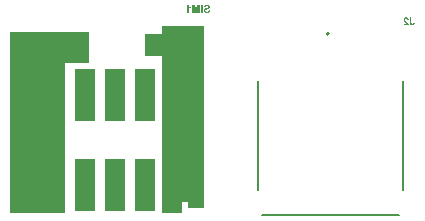
<source format=gbr>
G04*
G04 #@! TF.GenerationSoftware,Altium Limited,Altium Designer,24.9.1 (31)*
G04*
G04 Layer_Color=32896*
%FSLAX44Y44*%
%MOMM*%
G71*
G04*
G04 #@! TF.SameCoordinates,58564934-83CB-4443-A129-65336E2EC8F8*
G04*
G04*
G04 #@! TF.FilePolarity,Positive*
G04*
G01*
G75*
%ADD10C,0.2000*%
%ADD13C,0.1270*%
G36*
X1196308Y103550D02*
X1179708D01*
Y147750D01*
X1196308D01*
Y103550D01*
D02*
G37*
G36*
X1170808D02*
X1154308D01*
Y147750D01*
X1170808D01*
Y103550D01*
D02*
G37*
G36*
X1145508D02*
X1128908D01*
Y147750D01*
X1145508D01*
Y103550D01*
D02*
G37*
G36*
X1237708Y30250D02*
X1224408D01*
Y34750D01*
X1219008D01*
Y25250D01*
X1202608D01*
Y158250D01*
X1188208D01*
Y177250D01*
X1202608D01*
Y184250D01*
X1237708D01*
Y30250D01*
D02*
G37*
G36*
X1196308Y27350D02*
X1179808D01*
Y71550D01*
X1196308D01*
Y27350D01*
D02*
G37*
G36*
X1170808D02*
X1154308D01*
Y71550D01*
X1170808D01*
Y27350D01*
D02*
G37*
G36*
X1145408D02*
X1128908D01*
Y71450D01*
X1145408D01*
Y27350D01*
D02*
G37*
G36*
X1140608Y152750D02*
X1120208D01*
Y25750D01*
X1073708D01*
Y179250D01*
X1140608D01*
Y152750D01*
D02*
G37*
G36*
X1409039Y191190D02*
X1409190Y191180D01*
X1409481Y191133D01*
X1409725Y191058D01*
X1409838Y191020D01*
X1409942Y190973D01*
X1410036Y190936D01*
X1410111Y190889D01*
X1410186Y190851D01*
X1410242Y190823D01*
X1410289Y190786D01*
X1410318Y190767D01*
X1410336Y190757D01*
X1410346Y190748D01*
X1410449Y190654D01*
X1410543Y190560D01*
X1410628Y190447D01*
X1410703Y190325D01*
X1410816Y190081D01*
X1410909Y189846D01*
X1410938Y189723D01*
X1410966Y189620D01*
X1410994Y189526D01*
X1411004Y189442D01*
X1411022Y189366D01*
Y189319D01*
X1411032Y189282D01*
Y189272D01*
X1409791Y189150D01*
X1409772Y189338D01*
X1409735Y189498D01*
X1409697Y189639D01*
X1409650Y189742D01*
X1409613Y189827D01*
X1409575Y189883D01*
X1409547Y189921D01*
X1409537Y189930D01*
X1409444Y190005D01*
X1409340Y190062D01*
X1409237Y190109D01*
X1409133Y190137D01*
X1409049Y190156D01*
X1408974Y190165D01*
X1408908D01*
X1408767Y190156D01*
X1408645Y190128D01*
X1408541Y190090D01*
X1408447Y190053D01*
X1408382Y190015D01*
X1408325Y189977D01*
X1408297Y189949D01*
X1408288Y189940D01*
X1408212Y189846D01*
X1408156Y189742D01*
X1408118Y189639D01*
X1408090Y189536D01*
X1408071Y189442D01*
X1408062Y189357D01*
Y189310D01*
Y189301D01*
Y189291D01*
X1408071Y189150D01*
X1408100Y189019D01*
X1408147Y188887D01*
X1408194Y188774D01*
X1408241Y188671D01*
X1408288Y188596D01*
X1408316Y188549D01*
X1408325Y188530D01*
X1408363Y188474D01*
X1408419Y188408D01*
X1408494Y188323D01*
X1408569Y188248D01*
X1408739Y188069D01*
X1408908Y187891D01*
X1409077Y187722D01*
X1409152Y187647D01*
X1409227Y187590D01*
X1409284Y187534D01*
X1409321Y187496D01*
X1409350Y187468D01*
X1409359Y187459D01*
X1409547Y187280D01*
X1409716Y187111D01*
X1409876Y186951D01*
X1410017Y186810D01*
X1410148Y186669D01*
X1410261Y186538D01*
X1410365Y186425D01*
X1410449Y186312D01*
X1410524Y186218D01*
X1410590Y186133D01*
X1410646Y186068D01*
X1410684Y186002D01*
X1410722Y185964D01*
X1410740Y185927D01*
X1410759Y185908D01*
Y185898D01*
X1410881Y185682D01*
X1410975Y185457D01*
X1411051Y185250D01*
X1411107Y185062D01*
X1411145Y184893D01*
X1411154Y184827D01*
X1411163Y184771D01*
X1411173Y184724D01*
X1411182Y184686D01*
Y184667D01*
Y184658D01*
X1406812D01*
Y185814D01*
X1409293D01*
X1409218Y185936D01*
X1409133Y186040D01*
X1409096Y186087D01*
X1409068Y186124D01*
X1409049Y186143D01*
X1409039Y186152D01*
X1409002Y186190D01*
X1408964Y186237D01*
X1408851Y186340D01*
X1408729Y186462D01*
X1408607Y186585D01*
X1408485Y186697D01*
X1408382Y186791D01*
X1408344Y186829D01*
X1408316Y186857D01*
X1408297Y186866D01*
X1408288Y186876D01*
X1408081Y187073D01*
X1407912Y187233D01*
X1407771Y187383D01*
X1407658Y187496D01*
X1407573Y187590D01*
X1407517Y187656D01*
X1407479Y187703D01*
X1407470Y187712D01*
X1407348Y187872D01*
X1407244Y188022D01*
X1407160Y188164D01*
X1407094Y188286D01*
X1407038Y188389D01*
X1407000Y188474D01*
X1406981Y188521D01*
X1406972Y188539D01*
X1406915Y188690D01*
X1406878Y188840D01*
X1406850Y188981D01*
X1406831Y189113D01*
X1406821Y189216D01*
X1406812Y189301D01*
Y189357D01*
Y189376D01*
X1406821Y189517D01*
X1406840Y189658D01*
X1406859Y189789D01*
X1406897Y189911D01*
X1406991Y190128D01*
X1407085Y190316D01*
X1407141Y190400D01*
X1407188Y190466D01*
X1407235Y190532D01*
X1407282Y190579D01*
X1407319Y190616D01*
X1407338Y190654D01*
X1407357Y190663D01*
X1407366Y190673D01*
X1407470Y190767D01*
X1407592Y190851D01*
X1407705Y190917D01*
X1407836Y190973D01*
X1408081Y191067D01*
X1408325Y191133D01*
X1408438Y191152D01*
X1408541Y191171D01*
X1408635Y191180D01*
X1408720Y191190D01*
X1408786Y191199D01*
X1408880D01*
X1409039Y191190D01*
D02*
G37*
G36*
X1413456Y186942D02*
Y186801D01*
X1413466Y186669D01*
X1413475Y186556D01*
X1413485Y186444D01*
X1413503Y186350D01*
X1413513Y186265D01*
X1413532Y186190D01*
X1413550Y186124D01*
X1413588Y186021D01*
X1413616Y185955D01*
X1413635Y185908D01*
X1413644Y185898D01*
X1413720Y185814D01*
X1413813Y185758D01*
X1413917Y185711D01*
X1414020Y185682D01*
X1414105Y185664D01*
X1414180Y185654D01*
X1414255D01*
X1414406Y185673D01*
X1414537Y185711D01*
X1414650Y185767D01*
X1414734Y185833D01*
X1414810Y185889D01*
X1414857Y185945D01*
X1414885Y185983D01*
X1414894Y186002D01*
X1414941Y186105D01*
X1414979Y186218D01*
X1415007Y186350D01*
X1415026Y186481D01*
X1415045Y186603D01*
Y186697D01*
X1415054Y186735D01*
Y186763D01*
Y186782D01*
Y186791D01*
X1416304Y186650D01*
X1416295Y186462D01*
X1416285Y186284D01*
X1416257Y186115D01*
X1416219Y185964D01*
X1416182Y185823D01*
X1416144Y185692D01*
X1416097Y185579D01*
X1416041Y185466D01*
X1415994Y185382D01*
X1415947Y185297D01*
X1415909Y185231D01*
X1415872Y185175D01*
X1415834Y185128D01*
X1415806Y185100D01*
X1415797Y185081D01*
X1415787Y185072D01*
X1415684Y184977D01*
X1415571Y184893D01*
X1415458Y184827D01*
X1415336Y184761D01*
X1415214Y184714D01*
X1415092Y184667D01*
X1414847Y184602D01*
X1414734Y184583D01*
X1414631Y184564D01*
X1414547Y184555D01*
X1414462Y184545D01*
X1414396Y184536D01*
X1414302D01*
X1414011Y184555D01*
X1413748Y184592D01*
X1413522Y184639D01*
X1413428Y184677D01*
X1413334Y184705D01*
X1413259Y184733D01*
X1413184Y184771D01*
X1413127Y184799D01*
X1413080Y184818D01*
X1413033Y184846D01*
X1413005Y184855D01*
X1412996Y184874D01*
X1412986D01*
X1412808Y185015D01*
X1412667Y185166D01*
X1412545Y185316D01*
X1412451Y185457D01*
X1412376Y185588D01*
X1412329Y185692D01*
X1412310Y185729D01*
X1412301Y185758D01*
X1412291Y185776D01*
Y185786D01*
X1412244Y185964D01*
X1412207Y186171D01*
X1412178Y186378D01*
X1412159Y186575D01*
X1412150Y186754D01*
X1412141Y186838D01*
Y186904D01*
Y186961D01*
Y186998D01*
Y187026D01*
Y187036D01*
Y191161D01*
X1413456D01*
Y186942D01*
D02*
G37*
G36*
X1224769Y201397D02*
X1224891Y201199D01*
X1225022Y201012D01*
X1225154Y200861D01*
X1225267Y200739D01*
X1225370Y200645D01*
X1225408Y200607D01*
X1225436Y200579D01*
X1225455Y200570D01*
X1225464Y200560D01*
X1225671Y200410D01*
X1225868Y200278D01*
X1226047Y200175D01*
X1226207Y200100D01*
X1226338Y200044D01*
X1226432Y199997D01*
X1226470Y199987D01*
X1226498Y199978D01*
X1226507Y199968D01*
X1226517D01*
Y198841D01*
X1226178Y198972D01*
X1225878Y199113D01*
X1225737Y199188D01*
X1225605Y199273D01*
X1225483Y199348D01*
X1225370Y199423D01*
X1225267Y199499D01*
X1225173Y199564D01*
X1225098Y199621D01*
X1225032Y199677D01*
X1224976Y199724D01*
X1224938Y199752D01*
X1224919Y199771D01*
X1224910Y199780D01*
Y195072D01*
X1223660D01*
Y201613D01*
X1224675D01*
X1224769Y201397D01*
D02*
G37*
G36*
X1234157Y195072D02*
X1232945D01*
Y200184D01*
X1231667Y195072D01*
X1230398D01*
X1229120Y200184D01*
X1229111Y195072D01*
X1227898D01*
Y201575D01*
X1229872D01*
X1231028Y197130D01*
X1232193Y201575D01*
X1234157D01*
Y195072D01*
D02*
G37*
G36*
X1236714D02*
X1235398D01*
Y201575D01*
X1236714D01*
Y195072D01*
D02*
G37*
G36*
X1240736Y201688D02*
X1240980Y201660D01*
X1241196Y201622D01*
X1241384Y201585D01*
X1241469Y201557D01*
X1241544Y201538D01*
X1241600Y201519D01*
X1241657Y201500D01*
X1241694Y201481D01*
X1241723Y201472D01*
X1241741Y201463D01*
X1241751D01*
X1241939Y201369D01*
X1242099Y201265D01*
X1242240Y201152D01*
X1242352Y201049D01*
X1242446Y200955D01*
X1242503Y200880D01*
X1242550Y200824D01*
X1242559Y200814D01*
Y200805D01*
X1242653Y200645D01*
X1242719Y200476D01*
X1242766Y200316D01*
X1242794Y200175D01*
X1242813Y200053D01*
X1242832Y199959D01*
Y199921D01*
Y199893D01*
Y199884D01*
Y199874D01*
X1242822Y199733D01*
X1242803Y199592D01*
X1242775Y199470D01*
X1242738Y199348D01*
X1242644Y199123D01*
X1242531Y198925D01*
X1242484Y198841D01*
X1242428Y198775D01*
X1242381Y198709D01*
X1242334Y198653D01*
X1242296Y198615D01*
X1242268Y198587D01*
X1242249Y198568D01*
X1242240Y198559D01*
X1242155Y198493D01*
X1242052Y198427D01*
X1241948Y198361D01*
X1241826Y198305D01*
X1241591Y198192D01*
X1241347Y198098D01*
X1241225Y198061D01*
X1241121Y198023D01*
X1241018Y197995D01*
X1240933Y197967D01*
X1240867Y197948D01*
X1240811Y197929D01*
X1240773Y197920D01*
X1240764D01*
X1240614Y197882D01*
X1240482Y197844D01*
X1240360Y197816D01*
X1240247Y197788D01*
X1240153Y197760D01*
X1240069Y197741D01*
X1239994Y197713D01*
X1239928Y197694D01*
X1239871Y197685D01*
X1239824Y197666D01*
X1239759Y197647D01*
X1239721Y197628D01*
X1239712D01*
X1239589Y197581D01*
X1239495Y197534D01*
X1239411Y197487D01*
X1239345Y197440D01*
X1239298Y197403D01*
X1239270Y197374D01*
X1239251Y197356D01*
X1239242Y197346D01*
X1239195Y197281D01*
X1239157Y197215D01*
X1239138Y197149D01*
X1239119Y197093D01*
X1239110Y197036D01*
X1239101Y196989D01*
Y196961D01*
Y196952D01*
X1239110Y196820D01*
X1239148Y196707D01*
X1239204Y196595D01*
X1239260Y196500D01*
X1239326Y196425D01*
X1239373Y196369D01*
X1239411Y196331D01*
X1239430Y196322D01*
X1239561Y196237D01*
X1239712Y196172D01*
X1239871Y196125D01*
X1240022Y196096D01*
X1240163Y196078D01*
X1240275Y196059D01*
X1240379D01*
X1240595Y196068D01*
X1240783Y196106D01*
X1240943Y196153D01*
X1241084Y196209D01*
X1241196Y196266D01*
X1241272Y196313D01*
X1241319Y196350D01*
X1241337Y196360D01*
X1241460Y196491D01*
X1241553Y196632D01*
X1241638Y196792D01*
X1241694Y196952D01*
X1241741Y197093D01*
X1241779Y197205D01*
X1241788Y197243D01*
Y197281D01*
X1241798Y197299D01*
Y197309D01*
X1243076Y197187D01*
X1243048Y196989D01*
X1243010Y196801D01*
X1242954Y196623D01*
X1242907Y196463D01*
X1242841Y196313D01*
X1242775Y196172D01*
X1242710Y196049D01*
X1242644Y195937D01*
X1242578Y195843D01*
X1242512Y195758D01*
X1242456Y195683D01*
X1242399Y195617D01*
X1242362Y195570D01*
X1242324Y195542D01*
X1242305Y195523D01*
X1242296Y195514D01*
X1242164Y195410D01*
X1242023Y195326D01*
X1241873Y195251D01*
X1241713Y195185D01*
X1241563Y195138D01*
X1241403Y195091D01*
X1241093Y195025D01*
X1240952Y194997D01*
X1240820Y194978D01*
X1240708Y194969D01*
X1240604Y194959D01*
X1240520Y194950D01*
X1240398D01*
X1240097Y194959D01*
X1239824Y194987D01*
X1239580Y195025D01*
X1239477Y195044D01*
X1239373Y195072D01*
X1239289Y195091D01*
X1239213Y195110D01*
X1239148Y195128D01*
X1239091Y195147D01*
X1239044Y195166D01*
X1239016Y195175D01*
X1238997Y195185D01*
X1238988D01*
X1238781Y195288D01*
X1238612Y195401D01*
X1238452Y195514D01*
X1238330Y195636D01*
X1238236Y195739D01*
X1238161Y195833D01*
X1238123Y195890D01*
X1238104Y195899D01*
Y195908D01*
X1238001Y196096D01*
X1237916Y196275D01*
X1237860Y196453D01*
X1237822Y196623D01*
X1237804Y196754D01*
X1237794Y196820D01*
X1237785Y196867D01*
Y196905D01*
Y196933D01*
Y196952D01*
Y196961D01*
X1237794Y197187D01*
X1237822Y197384D01*
X1237869Y197563D01*
X1237916Y197713D01*
X1237963Y197835D01*
X1238010Y197920D01*
X1238039Y197976D01*
X1238048Y197995D01*
X1238151Y198145D01*
X1238274Y198277D01*
X1238396Y198389D01*
X1238509Y198484D01*
X1238612Y198559D01*
X1238697Y198615D01*
X1238753Y198653D01*
X1238762Y198662D01*
X1238772D01*
X1238866Y198709D01*
X1238960Y198756D01*
X1239185Y198841D01*
X1239420Y198916D01*
X1239646Y198991D01*
X1239749Y199019D01*
X1239853Y199047D01*
X1239947Y199076D01*
X1240022Y199094D01*
X1240087Y199113D01*
X1240134Y199123D01*
X1240172Y199132D01*
X1240181D01*
X1240351Y199179D01*
X1240501Y199216D01*
X1240642Y199254D01*
X1240773Y199292D01*
X1240877Y199329D01*
X1240980Y199367D01*
X1241065Y199405D01*
X1241140Y199433D01*
X1241206Y199461D01*
X1241253Y199489D01*
X1241300Y199508D01*
X1241328Y199527D01*
X1241375Y199555D01*
X1241384Y199564D01*
X1241450Y199630D01*
X1241497Y199696D01*
X1241525Y199762D01*
X1241544Y199827D01*
X1241563Y199874D01*
X1241572Y199921D01*
Y199950D01*
Y199959D01*
X1241563Y200053D01*
X1241544Y200128D01*
X1241507Y200203D01*
X1241469Y200260D01*
X1241431Y200307D01*
X1241394Y200335D01*
X1241375Y200354D01*
X1241366Y200363D01*
X1241234Y200448D01*
X1241093Y200504D01*
X1240943Y200551D01*
X1240802Y200579D01*
X1240679Y200598D01*
X1240576Y200607D01*
X1240482D01*
X1240285Y200598D01*
X1240116Y200570D01*
X1239975Y200532D01*
X1239862Y200495D01*
X1239768Y200457D01*
X1239702Y200420D01*
X1239665Y200391D01*
X1239655Y200382D01*
X1239561Y200288D01*
X1239477Y200175D01*
X1239411Y200062D01*
X1239364Y199940D01*
X1239326Y199837D01*
X1239307Y199752D01*
X1239289Y199686D01*
Y199677D01*
Y199668D01*
X1237973Y199715D01*
X1237982Y199884D01*
X1238010Y200034D01*
X1238048Y200184D01*
X1238095Y200316D01*
X1238142Y200448D01*
X1238198Y200570D01*
X1238255Y200673D01*
X1238311Y200777D01*
X1238377Y200861D01*
X1238433Y200936D01*
X1238490Y201002D01*
X1238537Y201059D01*
X1238574Y201096D01*
X1238603Y201124D01*
X1238621Y201143D01*
X1238631Y201152D01*
X1238753Y201246D01*
X1238885Y201331D01*
X1239025Y201406D01*
X1239176Y201472D01*
X1239326Y201519D01*
X1239477Y201566D01*
X1239777Y201632D01*
X1239918Y201651D01*
X1240040Y201669D01*
X1240163Y201679D01*
X1240266Y201688D01*
X1240351Y201698D01*
X1240463D01*
X1240736Y201688D01*
D02*
G37*
D10*
X1343460Y177428D02*
G03*
X1343460Y177428I-1000J0D01*
G01*
D13*
X1406460Y45428D02*
Y137428D01*
X1286960Y23928D02*
X1402960D01*
X1283460Y45428D02*
Y137428D01*
M02*

</source>
